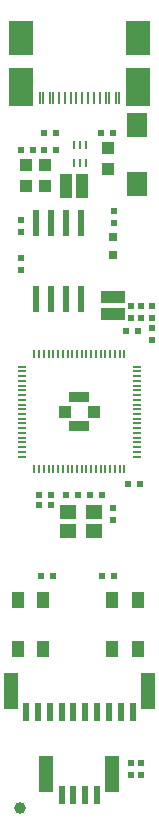
<source format=gbr>
%TF.GenerationSoftware,KiCad,Pcbnew,7.0.9-7.0.9~ubuntu22.04.1*%
%TF.CreationDate,2025-04-08T09:34:51+03:00*%
%TF.ProjectId,PICO2-BB48_Rev_A,5049434f-322d-4424-9234-385f5265765f,A*%
%TF.SameCoordinates,PX8321560PY7f50c60*%
%TF.FileFunction,Paste,Top*%
%TF.FilePolarity,Positive*%
%FSLAX46Y46*%
G04 Gerber Fmt 4.6, Leading zero omitted, Abs format (unit mm)*
G04 Created by KiCad (PCBNEW 7.0.9-7.0.9~ubuntu22.04.1) date 2025-04-08 09:34:51*
%MOMM*%
%LPD*%
G01*
G04 APERTURE LIST*
%ADD10C,1.000000*%
%ADD11R,0.800000X0.800000*%
%ADD12R,1.700000X2.000000*%
%ADD13R,0.550000X0.500000*%
%ADD14R,1.000000X1.400000*%
%ADD15R,0.500000X0.550000*%
%ADD16R,1.200000X3.100000*%
%ADD17R,0.600000X1.550000*%
%ADD18R,2.100000X3.200000*%
%ADD19R,2.100000X3.000000*%
%ADD20R,1.100000X2.200000*%
%ADD21R,1.100000X2.000000*%
%ADD22R,0.280000X1.130000*%
%ADD23R,0.230000X1.130000*%
%ADD24R,2.000000X1.100000*%
%ADD25R,1.400000X1.200000*%
%ADD26R,1.016000X1.016000*%
%ADD27R,0.211000X0.791000*%
%ADD28R,0.791000X0.211000*%
%ADD29R,1.700000X0.900000*%
%ADD30R,1.000000X1.000000*%
%ADD31R,0.230000X0.750000*%
%ADD32R,0.600000X2.200000*%
G04 APERTURE END LIST*
D10*
%TO.C,FID1*%
X4105000Y1420000D03*
%TD*%
D11*
%TO.C,LED1*%
X12000000Y48238000D03*
X12000000Y49762000D03*
%TD*%
D12*
%TO.C,D1*%
X14011000Y54292000D03*
X14011000Y59292000D03*
%TD*%
D13*
%TO.C,R18*%
X14392000Y5230000D03*
X14392000Y4214000D03*
%TD*%
%TO.C,R17*%
X13503000Y5230000D03*
X13503000Y4214000D03*
%TD*%
D14*
%TO.C,RST1*%
X6075000Y19075000D03*
X3925000Y19075000D03*
X6075000Y14925000D03*
X3925000Y14925000D03*
%TD*%
D15*
%TO.C,R5*%
X6137000Y58570000D03*
X7153000Y58570000D03*
%TD*%
%TO.C,R12*%
X11979000Y58570000D03*
X10963000Y58570000D03*
%TD*%
D16*
%TO.C,pUEXT1*%
X3350000Y11350000D03*
X14950000Y11350000D03*
D17*
X4650000Y9575000D03*
X5650000Y9575000D03*
X6650000Y9575000D03*
X7650000Y9575000D03*
X8650000Y9575000D03*
X9650000Y9575000D03*
X10650000Y9575000D03*
X11650000Y9575000D03*
X12650000Y9575000D03*
X13650000Y9575000D03*
%TD*%
D14*
%TO.C,BOOT1*%
X14075000Y19075000D03*
X11925000Y19075000D03*
X14075000Y14925000D03*
X11925000Y14925000D03*
%TD*%
D13*
%TO.C,R15*%
X12106000Y50950000D03*
X12106000Y51966000D03*
%TD*%
D18*
%TO.C,USB-C1*%
X4222400Y62470000D03*
X14077600Y62470000D03*
D19*
X4222400Y66650000D03*
X14077600Y66650000D03*
D20*
X4222400Y62470000D03*
X14077600Y62470000D03*
D21*
X4222400Y66650000D03*
X14077600Y66650000D03*
D22*
X12475000Y61568000D03*
X11675000Y61568000D03*
D23*
X10400000Y61568000D03*
X9400000Y61568000D03*
X8900000Y61568000D03*
X7900000Y61568000D03*
D22*
X6625000Y61568000D03*
X5825000Y61568000D03*
X6075000Y61568000D03*
X6875000Y61568000D03*
D23*
X7400000Y61568000D03*
X8400000Y61568000D03*
X9900000Y61568000D03*
X10900000Y61568000D03*
D22*
X11425000Y61568000D03*
X12225000Y61568000D03*
%TD*%
D15*
%TO.C,R13*%
X5248000Y57173000D03*
X4232000Y57173000D03*
%TD*%
D13*
%TO.C,C14*%
X13503000Y43965000D03*
X13503000Y42949000D03*
%TD*%
D24*
%TO.C,L1*%
X11979000Y44665000D03*
X11979000Y43265000D03*
%TD*%
D15*
%TO.C,R2*%
X6899000Y21105000D03*
X5883000Y21105000D03*
%TD*%
D25*
%TO.C,Q1*%
X10412000Y26477000D03*
X8212000Y24877000D03*
X10412000Y24877000D03*
X8212000Y26477000D03*
%TD*%
D15*
%TO.C,C21*%
X9058000Y27963000D03*
X8042000Y27963000D03*
%TD*%
D13*
%TO.C,FB1*%
X15281000Y43965000D03*
X15281000Y42949000D03*
%TD*%
D26*
%TO.C,C22*%
X11598000Y55522000D03*
X11598000Y57300000D03*
%TD*%
D15*
%TO.C,C2*%
X13249000Y28852000D03*
X14265000Y28852000D03*
%TD*%
D27*
%TO.C,U3*%
X5350000Y30103500D03*
X5750000Y30103500D03*
X6150000Y30103500D03*
X6550000Y30103500D03*
X6950000Y30103500D03*
X7350000Y30103500D03*
X7750000Y30103500D03*
X8150000Y30103500D03*
X8550000Y30103500D03*
X8950000Y30103500D03*
X9350000Y30103500D03*
X9750000Y30103500D03*
X10150000Y30103500D03*
X10550000Y30103500D03*
X10950000Y30103500D03*
X11350000Y30103500D03*
X11750000Y30103500D03*
X12150000Y30103500D03*
X12550000Y30103500D03*
X12950000Y30103500D03*
D28*
X4253500Y31200000D03*
X14046500Y31200000D03*
X4253500Y31600000D03*
X14046500Y31600000D03*
X4253500Y32000000D03*
X14046500Y32000000D03*
X4253500Y32400000D03*
X14046500Y32400000D03*
X4253500Y32800000D03*
X14046500Y32800000D03*
X4253500Y33200000D03*
X14046500Y33200000D03*
X4253500Y33600000D03*
X14046500Y33600000D03*
D29*
X9150000Y33750000D03*
D28*
X4253500Y34000000D03*
X14046500Y34000000D03*
X4253500Y34400000D03*
X14046500Y34400000D03*
X4253500Y34800000D03*
X14046500Y34800000D03*
D30*
X7950000Y35000000D03*
X10350000Y35000000D03*
D28*
X4253500Y35200000D03*
X14046500Y35200000D03*
X4253500Y35600000D03*
X14046500Y35600000D03*
X4253500Y36000000D03*
X14046500Y36000000D03*
D29*
X9150000Y36250000D03*
D28*
X4253500Y36400000D03*
X14046500Y36400000D03*
X4253500Y36800000D03*
X14046500Y36800000D03*
X4253500Y37200000D03*
X14046500Y37200000D03*
X4253500Y37600000D03*
X14046500Y37600000D03*
X4253500Y38000000D03*
X14046500Y38000000D03*
X4253500Y38400000D03*
X14046500Y38400000D03*
X4253500Y38800000D03*
X14046500Y38800000D03*
D27*
X5350000Y39896500D03*
X5750000Y39896500D03*
X6150000Y39896500D03*
X6550000Y39896500D03*
X6950000Y39896500D03*
X7350000Y39896500D03*
X7750000Y39896500D03*
X8150000Y39896500D03*
X8550000Y39896500D03*
X8950000Y39896500D03*
X9350000Y39896500D03*
X9750000Y39896500D03*
X10150000Y39896500D03*
X10550000Y39896500D03*
X10950000Y39896500D03*
X11350000Y39896500D03*
X11750000Y39896500D03*
X12150000Y39896500D03*
X12550000Y39896500D03*
X12950000Y39896500D03*
%TD*%
D21*
%TO.C,L2*%
X7977000Y54125000D03*
X9377000Y54125000D03*
%TD*%
D31*
%TO.C,U2*%
X9685000Y57567000D03*
X9185000Y57567000D03*
X8685000Y57567000D03*
X9685000Y56017000D03*
X9185000Y56017000D03*
X8685000Y56017000D03*
%TD*%
D13*
%TO.C,R3*%
X14392000Y43965000D03*
X14392000Y42949000D03*
%TD*%
%TO.C,C20*%
X11979000Y26820000D03*
X11979000Y25804000D03*
%TD*%
D15*
%TO.C,C18*%
X14138000Y41806000D03*
X13122000Y41806000D03*
%TD*%
D26*
%TO.C,C24*%
X6264000Y54125000D03*
X6264000Y55903000D03*
%TD*%
D15*
%TO.C,R11*%
X11090000Y21105000D03*
X12106000Y21105000D03*
%TD*%
D13*
%TO.C,R1*%
X4232000Y48029000D03*
X4232000Y47013000D03*
%TD*%
%TO.C,C1*%
X4232000Y50188000D03*
X4232000Y51204000D03*
%TD*%
D32*
%TO.C,U1*%
X5502000Y44540000D03*
X6772000Y44540000D03*
X8042000Y44540000D03*
X9312000Y44540000D03*
X9312000Y51010000D03*
X8042000Y51010000D03*
X6772000Y51010000D03*
X5502000Y51010000D03*
%TD*%
D15*
%TO.C,R9*%
X11090000Y27963000D03*
X10074000Y27963000D03*
%TD*%
D26*
%TO.C,C25*%
X4613000Y54125000D03*
X4613000Y55903000D03*
%TD*%
D15*
%TO.C,R14*%
X6137000Y57173000D03*
X7153000Y57173000D03*
%TD*%
D16*
%TO.C,QWST1*%
X6350000Y4350000D03*
X11950000Y4350000D03*
D17*
X7650000Y2575000D03*
X8650000Y2575000D03*
X9650000Y2575000D03*
X10650000Y2575000D03*
%TD*%
D13*
%TO.C,C19*%
X15281000Y42060000D03*
X15281000Y41044000D03*
%TD*%
D15*
%TO.C,C6*%
X5756000Y27074000D03*
X6772000Y27074000D03*
%TD*%
%TO.C,C5*%
X5756000Y27963000D03*
X6772000Y27963000D03*
%TD*%
M02*

</source>
